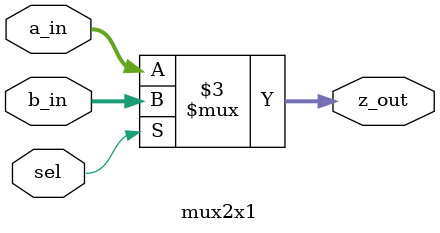
<source format=sv>
module mux2x1 (
    input var logic [31:0] a_in,
    input var logic[31:0] b_in,
    input var logic sel,
    output var logic [31:0] z_out
);

    always @(*) begin
        if (sel) begin
            z_out = b_in;
        end else begin
            z_out = a_in;
        end
    end

endmodule

</source>
